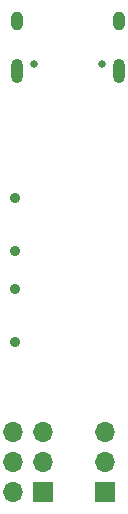
<source format=gbs>
%TF.GenerationSoftware,KiCad,Pcbnew,7.0.9*%
%TF.CreationDate,2023-12-31T00:29:42+09:00*%
%TF.ProjectId,CustomUPDIProgrammer,43757374-6f6d-4555-9044-4950726f6772,rev?*%
%TF.SameCoordinates,Original*%
%TF.FileFunction,Soldermask,Bot*%
%TF.FilePolarity,Negative*%
%FSLAX46Y46*%
G04 Gerber Fmt 4.6, Leading zero omitted, Abs format (unit mm)*
G04 Created by KiCad (PCBNEW 7.0.9) date 2023-12-31 00:29:42*
%MOMM*%
%LPD*%
G01*
G04 APERTURE LIST*
%ADD10R,1.700000X1.700000*%
%ADD11O,1.700000X1.700000*%
%ADD12C,0.650000*%
%ADD13O,1.000000X2.100000*%
%ADD14O,1.000000X1.600000*%
%ADD15C,0.900000*%
G04 APERTURE END LIST*
D10*
%TO.C,J1*%
X132870000Y-77440000D03*
D11*
X130330000Y-77440000D03*
X132870000Y-74900000D03*
X130330000Y-74900000D03*
X132870000Y-72360000D03*
X130330000Y-72360000D03*
%TD*%
D12*
%TO.C,USB1*%
X137890000Y-41250000D03*
X132110000Y-41250000D03*
D13*
X139320000Y-41780000D03*
D14*
X139320000Y-37600000D03*
D13*
X130680000Y-41780000D03*
D14*
X130680000Y-37600000D03*
%TD*%
D15*
%TO.C,SW1*%
X130500000Y-52550000D03*
X130500000Y-57050000D03*
%TD*%
D10*
%TO.C,J2*%
X138100000Y-77425000D03*
D11*
X138100000Y-74885000D03*
X138100000Y-72345000D03*
%TD*%
D15*
%TO.C,SW2*%
X130500000Y-64750000D03*
X130500000Y-60250000D03*
%TD*%
M02*

</source>
